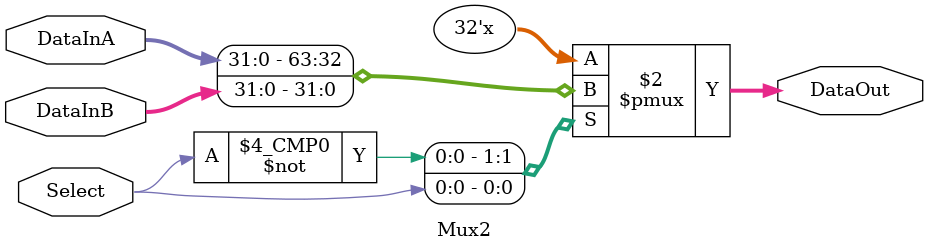
<source format=sv>
`timescale 1ns / 1ps


module Mux2(
input  logic    [31:0]  DataInA  ,
input  logic    [31:0]  DataInB  ,
input   logic           Select   ,
output   logic   [31:0]  DataOut 
    );
 always@(*)
 begin 
  case(Select)
   1'b0 : begin DataOut = DataInA ; end 
   1'b1 : begin DataOut = DataInB ; end
   default : DataOut = 32'bx;  
   endcase 
 end  
endmodule


</source>
